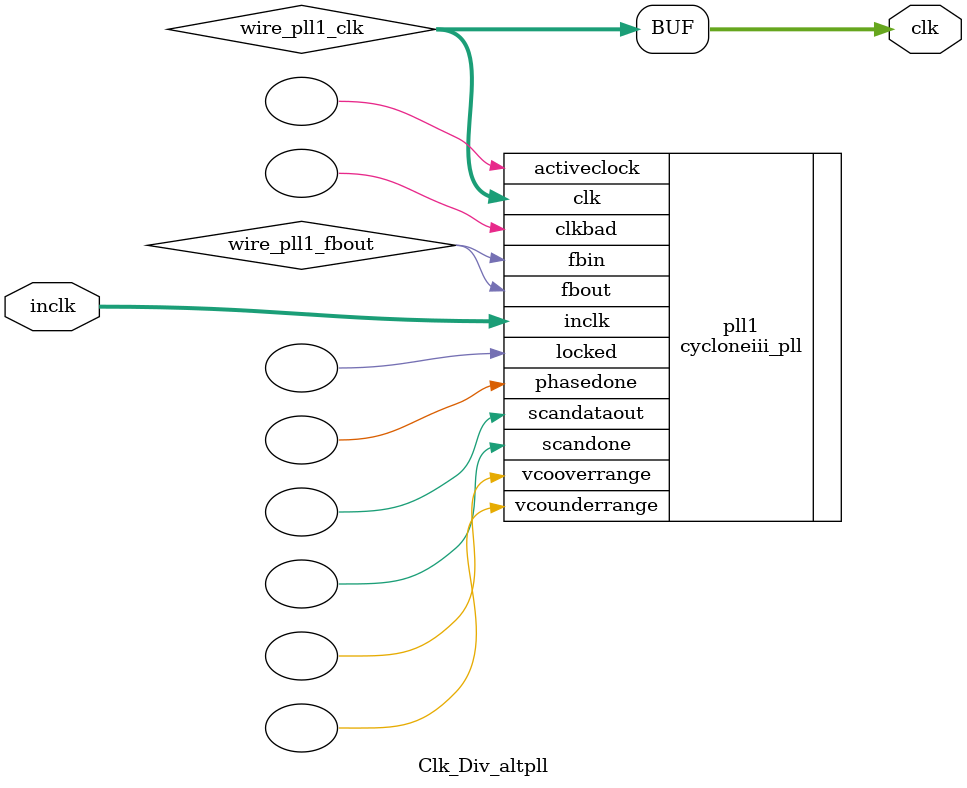
<source format=v>






//synthesis_resources = cycloneiii_pll 1 
//synopsys translate_off
`timescale 1 ps / 1 ps
//synopsys translate_on
module  Clk_Div_altpll
	( 
	clk,
	inclk) /* synthesis synthesis_clearbox=1 */;
	output   [4:0]  clk;
	input   [1:0]  inclk;
`ifndef ALTERA_RESERVED_QIS
// synopsys translate_off
`endif
	tri0   [1:0]  inclk;
`ifndef ALTERA_RESERVED_QIS
// synopsys translate_on
`endif

	wire  [4:0]   wire_pll1_clk;
	wire  wire_pll1_fbout;

	cycloneiii_pll   pll1
	( 
	.activeclock(),
	.clk(wire_pll1_clk),
	.clkbad(),
	.fbin(wire_pll1_fbout),
	.fbout(wire_pll1_fbout),
	.inclk(inclk),
	.locked(),
	.phasedone(),
	.scandataout(),
	.scandone(),
	.vcooverrange(),
	.vcounderrange()
	`ifndef FORMAL_VERIFICATION
	// synopsys translate_off
	`endif
	,
	.areset(1'b0),
	.clkswitch(1'b0),
	.configupdate(1'b0),
	.pfdena(1'b1),
	.phasecounterselect({3{1'b0}}),
	.phasestep(1'b0),
	.phaseupdown(1'b0),
	.scanclk(1'b0),
	.scanclkena(1'b1),
	.scandata(1'b0)
	`ifndef FORMAL_VERIFICATION
	// synopsys translate_on
	`endif
	);
	defparam
		pll1.bandwidth_type = "auto",
		pll1.clk0_divide_by = 2,
		pll1.clk0_duty_cycle = 50,
		pll1.clk0_multiply_by = 1,
		pll1.clk0_phase_shift = "0",
		pll1.clk1_divide_by = 4,
		pll1.clk1_duty_cycle = 50,
		pll1.clk1_multiply_by = 1,
		pll1.clk1_phase_shift = "0",
		pll1.compensate_clock = "clk0",
		pll1.inclk0_input_frequency = 20000,
		pll1.operation_mode = "normal",
		pll1.pll_type = "auto",
		pll1.lpm_type = "cycloneiii_pll";
	assign
		clk = {wire_pll1_clk[4:0]};
endmodule //Clk_Div_altpll
//VALID FILE

</source>
